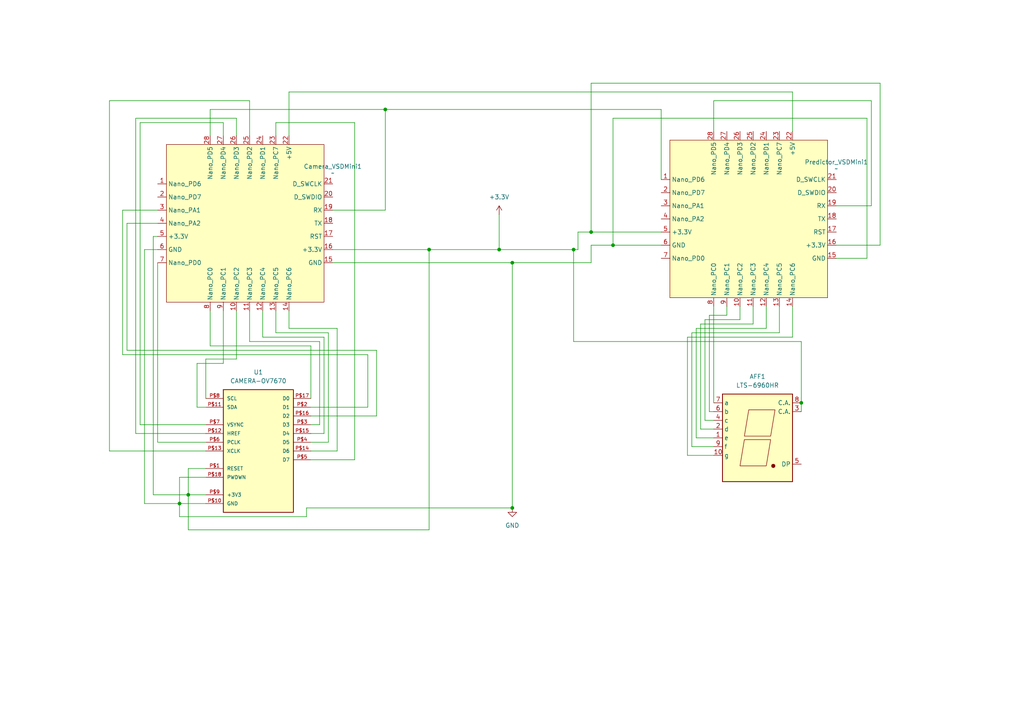
<source format=kicad_sch>
(kicad_sch (version 20231120) (generator "eeschema") (generator_version "8.0")
  (paper "A4")
  (lib_symbols
    (symbol "Display_Character:LTS-6960HR"
      (property "Reference" "AFF" (at -7.874 13.97 0))
      (property "Value" "LTS-6960HR" (at -2.032 13.97 0))
      (symbol "LTS-6960HR_0_1"
        (rectangle (start -10.16 12.7) (end 10.16 -12.7) (stroke (width 0.254)) (fill (type background)))
        (polyline (pts (xy -3.81 -0.508) (xy 3.81 -0.508) (xy 2.54 -8.128) (xy -5.08 -8.128) (xy -3.81 -0.508) (xy -3.81 -0.508)))
        (polyline (pts (xy -2.54 8.128) (xy 5.08 8.128) (xy 3.81 0.508) (xy -3.81 0.508) (xy -2.54 8.128) (xy -2.54 8.128)))
        (circle (center 4.572 -8.128) (radius 0.508) (fill (type outline)))
      )
      (symbol "LTS-6960HR_1_1"
        (pin passive line (at -12.7 0 0) (length 2.54) (name "e") (number "1"))
        (pin passive line (at -12.7 -5.08 0) (length 2.54) (name "g") (number "10"))
        (pin passive line (at -12.7 2.54 0) (length 2.54) (name "d") (number "2"))
        (pin passive line (at 12.7 7.62 180) (length 2.54) (name "C.A.") (number "3"))
        (pin passive line (at -12.7 5.08 0) (length 2.54) (name "c") (number "4"))
        (pin passive line (at 12.7 -7.62 180) (length 2.54) (name "DP") (number "5"))
        (pin passive line (at -12.7 7.62 0) (length 2.54) (name "b") (number "6"))
        (pin passive line (at -12.7 10.16 0) (length 2.54) (name "a") (number "7"))
        (pin passive line (at 12.7 10.16 180) (length 2.54) (name "C.A.") (number "8"))
        (pin passive line (at -12.7 -2.54 0) (length 2.54) (name "f") (number "9"))
      )
    )
    (symbol "OV7670:CAMERA-OV7670" (pin_names (offset 1.016))
      (property "Reference" "U" (at -10.16 18.542 0))
      (property "Value" "CAMERA-OV7670" (at 0 0 0))
      (symbol "CAMERA-OV7670_0_0"
        (rectangle (start -10.16 -17.78) (end 10.16 17.78) (stroke (width 0.254)) (fill (type background)))
        (pin bidirectional line (at -15.24 -5.08 0) (length 5.08) (name "RESET") (number "P$1"))
        (pin bidirectional line (at -15.24 -15.24 0) (length 5.08) (name "GND") (number "P$10"))
        (pin bidirectional line (at -15.24 12.7 0) (length 5.08) (name "SDA") (number "P$11"))
        (pin bidirectional line (at -15.24 5.08 0) (length 5.08) (name "HREF") (number "P$12"))
        (pin bidirectional line (at -15.24 0 0) (length 5.08) (name "XCLK") (number "P$13"))
        (pin bidirectional line (at 15.24 0 180) (length 5.08) (name "D6") (number "P$14"))
        (pin bidirectional line (at 15.24 5.08 180) (length 5.08) (name "D4") (number "P$15"))
        (pin bidirectional line (at 15.24 10.16 180) (length 5.08) (name "D2") (number "P$16"))
        (pin bidirectional line (at 15.24 15.24 180) (length 5.08) (name "D0") (number "P$17"))
        (pin bidirectional line (at -15.24 -7.62 0) (length 5.08) (name "PWDWN") (number "P$18"))
        (pin bidirectional line (at 15.24 12.7 180) (length 5.08) (name "D1") (number "P$2"))
        (pin bidirectional line (at 15.24 7.62 180) (length 5.08) (name "D3") (number "P$3"))
        (pin bidirectional line (at 15.24 2.54 180) (length 5.08) (name "D5") (number "P$4"))
        (pin bidirectional line (at 15.24 -2.54 180) (length 5.08) (name "D7") (number "P$5"))
        (pin bidirectional line (at -15.24 2.54 0) (length 5.08) (name "PCLK") (number "P$6"))
        (pin bidirectional line (at -15.24 7.62 0) (length 5.08) (name "VSYNC") (number "P$7"))
        (pin bidirectional line (at -15.24 15.24 0) (length 5.08) (name "SCL") (number "P$8"))
        (pin bidirectional line (at -15.24 -12.7 0) (length 5.08) (name "+3V3") (number "P$9"))
      )
    )
    (symbol "VSD:VSDSquadron_mini"
      (property "Reference" "U" (at 0.254 7.874 0))
      (symbol "VSDSquadron_mini_1_0"
        (pin input line (at 20.32 -41.91 90) (length 2.54) (name "Nano_PC2") (number "10"))
        (pin input line (at 24.13 -41.91 90) (length 2.54) (name "Nano_PC3") (number "11"))
        (pin input line (at 27.94 -41.91 90) (length 2.54) (name "Nano_PC4") (number "12"))
        (pin input line (at 31.75 -41.91 90) (length 2.54) (name "Nano_PC5") (number "13"))
        (pin input line (at 35.56 -41.91 90) (length 2.54) (name "Nano_PC6") (number "14"))
        (pin input line (at 48.26 -20.32 180) (length 2.54) (name "RST") (number "17"))
        (pin input line (at 48.26 -16.51 180) (length 2.54) (name "TX") (number "18"))
        (pin input line (at 48.26 -12.7 180) (length 2.54) (name "RX") (number "19"))
        (pin input line (at 48.26 -8.89 180) (length 2.54) (name "D_SWDIO") (number "20"))
        (pin input line (at 48.26 -5.08 180) (length 2.54) (name "D_SWCLK") (number "21"))
        (pin power_in line (at 35.56 8.89 270) (length 2.54) (name "+5V") (number "22"))
        (pin input line (at 31.75 8.89 270) (length 2.54) (name "Nano_PC7") (number "23"))
        (pin input line (at 27.94 8.89 270) (length 2.54) (name "Nano_PD1") (number "24"))
        (pin input line (at 24.13 8.89 270) (length 2.54) (name "Nano_PD2") (number "25"))
        (pin input line (at 20.32 8.89 270) (length 2.54) (name "Nano_PD3") (number "26"))
        (pin input line (at -2.54 -12.7 0) (length 2.54) (name "Nano_PA1") (number "3"))
        (pin input line (at -2.54 -16.51 0) (length 2.54) (name "Nano_PA2") (number "4"))
        (pin power_in line (at -2.54 -20.32 0) (length 2.54) (name "+3.3V") (number "5"))
        (pin power_out line (at -2.54 -24.13 0) (length 2.54) (name "GND") (number "6"))
        (pin input line (at -2.54 -27.94 0) (length 2.54) (name "Nano_PD0") (number "7"))
      )
      (symbol "VSDSquadron_mini_1_1"
        (rectangle (start 0 6.35) (end 45.72 -39.37) (fill (type background)))
        (pin input line (at -2.54 -5.08 0) (length 2.54) (name "Nano_PD6") (number "1"))
        (pin power_out line (at 48.26 -27.94 180) (length 2.54) (name "GND") (number "15"))
        (pin power_in line (at 48.26 -24.13 180) (length 2.54) (name "+3.3V") (number "16"))
        (pin input line (at -2.54 -8.89 0) (length 2.54) (name "Nano_PD7") (number "2"))
        (pin input line (at 16.51 8.89 270) (length 2.54) (name "Nano_PD4") (number "27"))
        (pin input line (at 12.7 8.89 270) (length 2.54) (name "Nano_PD5") (number "28"))
        (pin input line (at 12.7 -41.91 90) (length 2.54) (name "Nano_PC0") (number "8"))
        (pin input line (at 16.51 -41.91 90) (length 2.54) (name "Nano_PC1") (number "9"))
      )
    )
    (symbol "power:+3.3V" (power) (pin_numbers hide) (pin_names (offset 0) hide)
      (property "Value" "+3.3V" (at 0 3.556 0))
      (symbol "+3.3V_0_1"
        (polyline (pts (xy -0.762 1.27) (xy 0 2.54)))
        (polyline (pts (xy 0 0) (xy 0 2.54)))
        (polyline (pts (xy 0 2.54) (xy 0.762 1.27)))
      )
      (symbol "+3.3V_1_1"
        (pin power_in line (at 0 0 90) (length 0) (name "~") (number "1"))
      )
    )
    (symbol "power:GND" (power) (pin_numbers hide) (pin_names (offset 0) hide)
      (property "Value" "GND" (at 0 -3.81 0))
      (symbol "GND_0_1"
        (polyline (pts (xy 0 0) (xy 0 -1.27) (xy 1.27 -1.27) (xy 0 -2.54) (xy -1.27 -1.27) (xy 0 -1.27)))
      )
      (symbol "GND_1_1"
        (pin power_in line (at 0 0 270) (length 0) (name "~") (number "1"))
      )
    )
  )
  (junction (at 177.8 71.12))
  (junction (at 148.59 76.2))
  (junction (at 166.37 72.39))
  (junction (at 124.46 72.39))
  (junction (at 148.59 147.32))
  (junction (at 54.61 143.51))
  (junction (at 52.07 146.05))
  (junction (at 144.78 72.39))
  (junction (at 171.45 67.31))
  (junction (at 111.76 31.75))
  (junction (at 232.41 116.84))
  (wire (pts (xy 251.46 74.93) (xy 251.46 34.29)))
  (wire (pts (xy 199.39 97.79) (xy 229.87 97.79)))
  (wire (pts (xy 95.25 128.27) (xy 90.17 128.27)))
  (wire (pts (xy 64.77 105.41) (xy 64.77 90.17)))
  (wire (pts (xy 68.58 104.14) (xy 68.58 90.17)))
  (wire (pts (xy 36.83 101.6) (xy 109.22 101.6)))
  (wire (pts (xy 60.96 90.17) (xy 60.96 100.33)))
  (wire (pts (xy 229.87 26.67) (xy 229.87 38.1)))
  (wire (pts (xy 232.41 116.84) (xy 232.41 99.06)))
  (wire (pts (xy 36.83 64.77) (xy 36.83 101.6)))
  (wire (pts (xy 83.82 95.25) (xy 97.79 95.25)))
  (wire (pts (xy 57.15 118.11) (xy 57.15 105.41)))
  (wire (pts (xy 80.01 90.17) (xy 80.01 96.52)))
  (wire (pts (xy 255.27 24.13) (xy 171.45 24.13)))
  (wire (pts (xy 207.01 88.9) (xy 207.01 116.84)))
  (wire (pts (xy 200.66 96.52) (xy 226.06 96.52)))
  (wire (pts (xy 226.06 88.9) (xy 226.06 96.52)))
  (wire (pts (xy 207.01 119.38) (xy 205.74 119.38)))
  (wire (pts (xy 96.52 72.39) (xy 124.46 72.39)))
  (wire (pts (xy 232.41 99.06) (xy 166.37 99.06)))
  (wire (pts (xy 171.45 71.12) (xy 177.8 71.12)))
  (wire (pts (xy 207.01 132.08) (xy 199.39 132.08)))
  (wire (pts (xy 59.69 138.43) (xy 52.07 138.43)))
  (wire (pts (xy 88.9 147.32) (xy 148.59 147.32)))
  (wire (pts (xy 95.25 96.52) (xy 95.25 128.27)))
  (wire (pts (xy 171.45 24.13) (xy 171.45 67.31)))
  (wire (pts (xy 201.93 127) (xy 201.93 95.25)))
  (wire (pts (xy 177.8 34.29) (xy 177.8 71.12)))
  (wire (pts (xy 60.96 31.75) (xy 111.76 31.75)))
  (wire (pts (xy 171.45 67.31) (xy 191.77 67.31)))
  (wire (pts (xy 144.78 72.39) (xy 166.37 72.39)))
  (wire (pts (xy 39.37 125.73) (xy 59.69 125.73)))
  (wire (pts (xy 72.39 39.37) (xy 72.39 29.21)))
  (wire (pts (xy 54.61 153.67) (xy 124.46 153.67)))
  (wire (pts (xy 242.57 74.93) (xy 251.46 74.93)))
  (wire (pts (xy 31.75 130.81) (xy 59.69 130.81)))
  (wire (pts (xy 93.98 97.79) (xy 93.98 125.73)))
  (wire (pts (xy 54.61 135.89) (xy 54.61 143.51)))
  (wire (pts (xy 207.01 129.54) (xy 200.66 129.54)))
  (wire (pts (xy 203.2 124.46) (xy 203.2 93.98)))
  (wire (pts (xy 144.78 62.23) (xy 144.78 72.39)))
  (wire (pts (xy 59.69 104.14) (xy 68.58 104.14)))
  (wire (pts (xy 45.72 68.58) (xy 44.45 68.58)))
  (wire (pts (xy 59.69 118.11) (xy 57.15 118.11)))
  (wire (pts (xy 124.46 72.39) (xy 144.78 72.39)))
  (wire (pts (xy 106.68 102.87) (xy 106.68 118.11)))
  (wire (pts (xy 76.2 97.79) (xy 93.98 97.79)))
  (wire (pts (xy 222.25 88.9) (xy 222.25 95.25)))
  (wire (pts (xy 52.07 146.05) (xy 59.69 146.05)))
  (wire (pts (xy 242.57 59.69) (xy 252.73 59.69)))
  (wire (pts (xy 45.72 72.39) (xy 41.91 72.39)))
  (wire (pts (xy 60.96 39.37) (xy 60.96 31.75)))
  (wire (pts (xy 44.45 68.58) (xy 44.45 143.51)))
  (wire (pts (xy 88.9 147.32) (xy 88.9 149.86)))
  (wire (pts (xy 255.27 71.12) (xy 255.27 24.13)))
  (wire (pts (xy 39.37 125.73) (xy 39.37 34.29)))
  (wire (pts (xy 207.01 127) (xy 201.93 127)))
  (wire (pts (xy 59.69 115.57) (xy 59.69 104.14)))
  (wire (pts (xy 111.76 31.75) (xy 111.76 60.96)))
  (wire (pts (xy 80.01 96.52) (xy 95.25 96.52)))
  (wire (pts (xy 166.37 99.06) (xy 166.37 72.39)))
  (wire (pts (xy 72.39 90.17) (xy 72.39 99.06)))
  (wire (pts (xy 59.69 135.89) (xy 54.61 135.89)))
  (wire (pts (xy 200.66 129.54) (xy 200.66 96.52)))
  (wire (pts (xy 201.93 95.25) (xy 222.25 95.25)))
  (wire (pts (xy 92.71 123.19) (xy 90.17 123.19)))
  (wire (pts (xy 80.01 35.56) (xy 102.87 35.56)))
  (wire (pts (xy 251.46 34.29) (xy 177.8 34.29)))
  (wire (pts (xy 54.61 143.51) (xy 54.61 153.67)))
  (wire (pts (xy 102.87 133.35) (xy 90.17 133.35)))
  (wire (pts (xy 191.77 31.75) (xy 191.77 52.07)))
  (wire (pts (xy 148.59 147.32) (xy 148.59 76.2)))
  (wire (pts (xy 52.07 138.43) (xy 52.07 146.05)))
  (wire (pts (xy 205.74 119.38) (xy 205.74 91.44)))
  (wire (pts (xy 59.69 123.19) (xy 40.64 123.19)))
  (wire (pts (xy 229.87 97.79) (xy 229.87 88.9)))
  (wire (pts (xy 35.56 102.87) (xy 106.68 102.87)))
  (wire (pts (xy 41.91 72.39) (xy 41.91 146.05)))
  (wire (pts (xy 45.72 60.96) (xy 35.56 60.96)))
  (wire (pts (xy 39.37 34.29) (xy 68.58 34.29)))
  (wire (pts (xy 93.98 125.73) (xy 90.17 125.73)))
  (wire (pts (xy 167.64 67.31) (xy 171.45 67.31)))
  (wire (pts (xy 40.64 35.56) (xy 64.77 35.56)))
  (wire (pts (xy 232.41 116.84) (xy 232.41 119.38)))
  (wire (pts (xy 90.17 100.33) (xy 90.17 115.57)))
  (wire (pts (xy 148.59 76.2) (xy 171.45 76.2)))
  (wire (pts (xy 45.72 76.2) (xy 45.72 128.27)))
  (wire (pts (xy 76.2 90.17) (xy 76.2 97.79)))
  (wire (pts (xy 88.9 149.86) (xy 52.07 149.86)))
  (wire (pts (xy 204.47 92.71) (xy 214.63 92.71)))
  (wire (pts (xy 111.76 31.75) (xy 191.77 31.75)))
  (wire (pts (xy 124.46 153.67) (xy 124.46 72.39)))
  (wire (pts (xy 96.52 76.2) (xy 148.59 76.2)))
  (wire (pts (xy 177.8 71.12) (xy 191.77 71.12)))
  (wire (pts (xy 68.58 34.29) (xy 68.58 39.37)))
  (wire (pts (xy 41.91 146.05) (xy 52.07 146.05)))
  (wire (pts (xy 242.57 71.12) (xy 255.27 71.12)))
  (wire (pts (xy 207.01 124.46) (xy 203.2 124.46)))
  (wire (pts (xy 199.39 132.08) (xy 199.39 97.79)))
  (wire (pts (xy 83.82 90.17) (xy 83.82 95.25)))
  (wire (pts (xy 214.63 92.71) (xy 214.63 88.9)))
  (wire (pts (xy 207.01 29.21) (xy 252.73 29.21)))
  (wire (pts (xy 35.56 60.96) (xy 35.56 102.87)))
  (wire (pts (xy 54.61 143.51) (xy 59.69 143.51)))
  (wire (pts (xy 40.64 123.19) (xy 40.64 35.56)))
  (wire (pts (xy 45.72 64.77) (xy 36.83 64.77)))
  (wire (pts (xy 207.01 38.1) (xy 207.01 29.21)))
  (wire (pts (xy 57.15 105.41) (xy 64.77 105.41)))
  (wire (pts (xy 97.79 130.81) (xy 90.17 130.81)))
  (wire (pts (xy 252.73 29.21) (xy 252.73 59.69)))
  (wire (pts (xy 210.82 88.9) (xy 210.82 91.44)))
  (wire (pts (xy 166.37 72.39) (xy 167.64 72.39)))
  (wire (pts (xy 64.77 35.56) (xy 64.77 39.37)))
  (wire (pts (xy 44.45 143.51) (xy 54.61 143.51)))
  (wire (pts (xy 203.2 93.98) (xy 218.44 93.98)))
  (wire (pts (xy 92.71 99.06) (xy 92.71 123.19)))
  (wire (pts (xy 102.87 35.56) (xy 102.87 133.35)))
  (wire (pts (xy 80.01 39.37) (xy 80.01 35.56)))
  (wire (pts (xy 31.75 29.21) (xy 31.75 130.81)))
  (wire (pts (xy 83.82 26.67) (xy 229.87 26.67)))
  (wire (pts (xy 204.47 121.92) (xy 204.47 92.71)))
  (wire (pts (xy 218.44 88.9) (xy 218.44 93.98)))
  (wire (pts (xy 83.82 39.37) (xy 83.82 26.67)))
  (wire (pts (xy 171.45 76.2) (xy 171.45 71.12)))
  (wire (pts (xy 90.17 118.11) (xy 106.68 118.11)))
  (wire (pts (xy 109.22 101.6) (xy 109.22 120.65)))
  (wire (pts (xy 207.01 121.92) (xy 204.47 121.92)))
  (wire (pts (xy 60.96 100.33) (xy 90.17 100.33)))
  (wire (pts (xy 52.07 149.86) (xy 52.07 146.05)))
  (wire (pts (xy 205.74 91.44) (xy 210.82 91.44)))
  (wire (pts (xy 72.39 99.06) (xy 92.71 99.06)))
  (wire (pts (xy 109.22 120.65) (xy 90.17 120.65)))
  (wire (pts (xy 72.39 29.21) (xy 31.75 29.21)))
  (wire (pts (xy 96.52 60.96) (xy 111.76 60.96)))
  (wire (pts (xy 167.64 72.39) (xy 167.64 67.31)))
  (wire (pts (xy 97.79 95.25) (xy 97.79 130.81)))
  (wire (pts (xy 45.72 128.27) (xy 59.69 128.27)))
  (symbol (lib_id "OV7670:CAMERA-OV7670") (at 74.93 130.81 0) (unit 1)
    (property "Reference" "U1" (at 74.93 107.95 0))
    (property "Value" "CAMERA-OV7670" (at 74.93 110.49 0))
    (property "Footprint" "OV7670:CAMERA-OV7670-DIP" (effects (hide yes)))
    (property "MF" "Olimex Ltd." (effects (hide yes)))
    (property "Description_1" "\nOV7670 Camera Sensor Platform Evaluation Expansion Board\n" (effects (hide yes)))
    (property "Package" "None" (effects (hide yes)))
    (property "Price" "None" (effects (hide yes)))
    (property "SnapEDA_Link" "https://www.snapeda.com/parts/CAMERA-OV7670/Olimex+LTD/view-part/?ref=snap" (effects (hide yes)))
    (property "MP" "CAMERA-OV7670" (effects (hide yes)))
    (property "Purchase-URL" "https://www.snapeda.com/api/url_track_click_mouser/?unipart_id=12107997&manufacturer=Olimex Ltd.&part_name=CAMERA-OV7670&search_term=ov7670" (effects (hide yes)))
    (property "Availability" "In Stock" (effects (hide yes)))
    (property "Check_prices" "https://www.snapeda.com/parts/CAMERA-OV7670/Olimex+LTD/view-part/?ref=eda" (effects (hide yes)))
  )
  (symbol (lib_id "Display_Character:LTS-6960HR") (at 219.71 127 0) (unit 1)
    (property "Reference" "AFF1" (at 219.71 109.22 0))
    (property "Value" "LTS-6960HR" (at 219.71 111.76 0))
    (property "Footprint" "Display_7Segment:7SegmentLED_LTS6760_LTS6780" (effects (hide yes)))
    (property "Datasheet" "https://datasheet.octopart.com/LTS-6960HR-Lite-On-datasheet-11803242.pdf" (effects (hide yes)))
    (property "Description" "DISPLAY 7 SEGMENTS common A." (effects (hide yes)))
  )
  (symbol (lib_id "VSD:VSDSquadron_mini") (at 48.26 48.26 0) (unit 1)
    (property "Reference" "Camera_VSDMini1" (at 96.52 48.2914 0))
    (property "Value" "~" (at 96.52 50.1965 0))
    (property "Footprint" "VSD:VSDSquadron Mini" (effects (hide yes)))
  )
  (symbol (lib_id "power:GND") (at 148.59 147.32 0) (unit 1)
    (property "Reference" "#PWR02" (effects (hide yes)))
    (property "Value" "GND" (at 148.59 152.4 0))
    (property "Description" "Power symbol creates a global label with name \"GND\" , ground" (effects (hide yes)))
  )
  (symbol (lib_id "VSD:VSDSquadron_mini") (at 194.31 46.99 0) (unit 1)
    (property "Reference" "Predictor_VSDMini1" (at 242.57 47.0214 0))
    (property "Value" "~" (at 242.57 48.9265 0))
    (property "Footprint" "VSD:VSDSquadron Mini" (effects (hide yes)))
  )
  (symbol (lib_id "power:+3.3V") (at 144.78 62.23 0) (unit 1)
    (property "Reference" "#PWR01" (effects (hide yes)))
    (property "Value" "+3.3V" (at 144.78 57.15 0))
    (property "Description" "Power symbol creates a global label with name \"+3.3V\"" (effects (hide yes)))
  )
)
</source>
